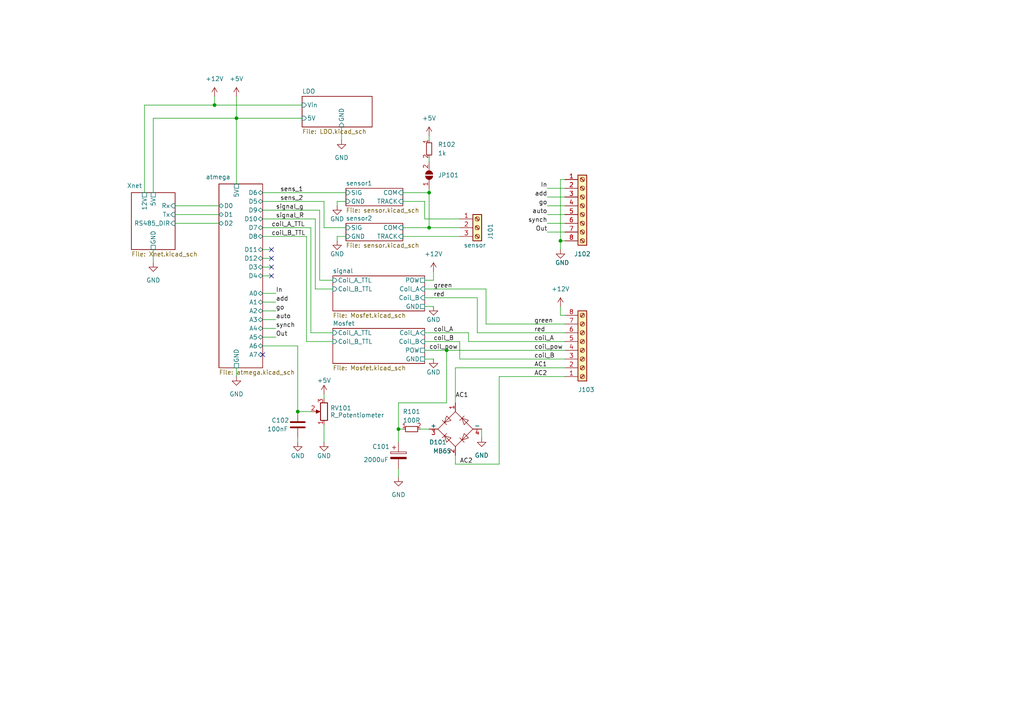
<source format=kicad_sch>
(kicad_sch (version 20230121) (generator eeschema)
  (paper "A4")
  (lib_symbols
    (symbol "Connector:Screw_Terminal_01x03" (pin_names (offset 1.016) hide)
      (property "Reference" "J" (at 0 5.08 0))
      (property "Value" "Screw_Terminal_01x03" (at 0 -5.08 0))
      (symbol "Screw_Terminal_01x03_1_1"
        (rectangle (start -1.27 3.81) (end 1.27 -3.81) (stroke (width 0.254)) (fill (type background)))
        (circle (center 0 -2.54) (radius 0.635) (stroke (width 0.1524)))
        (polyline (pts (xy -0.5334 -2.2098) (xy 0.3302 -3.048)) (stroke (width 0.1524)))
        (polyline (pts (xy -0.5334 0.3302) (xy 0.3302 -0.508)) (stroke (width 0.1524)))
        (polyline (pts (xy -0.5334 2.8702) (xy 0.3302 2.032)) (stroke (width 0.1524)))
        (polyline (pts (xy -0.3556 -2.032) (xy 0.508 -2.8702)) (stroke (width 0.1524)))
        (polyline (pts (xy -0.3556 0.508) (xy 0.508 -0.3302)) (stroke (width 0.1524)))
        (polyline (pts (xy -0.3556 3.048) (xy 0.508 2.2098)) (stroke (width 0.1524)))
        (circle (center 0 0) (radius 0.635) (stroke (width 0.1524)))
        (circle (center 0 2.54) (radius 0.635) (stroke (width 0.1524)))
        (pin passive line (at -5.08 2.54 0) (length 3.81) (name "Pin_1") (number "1"))
        (pin passive line (at -5.08 0 0) (length 3.81) (name "Pin_2") (number "2"))
        (pin passive line (at -5.08 -2.54 0) (length 3.81) (name "Pin_3") (number "3"))
      )
    )
    (symbol "Connector:Screw_Terminal_01x08" (pin_names (offset 1.016) hide)
      (property "Reference" "J" (at 0 10.16 0))
      (property "Value" "Screw_Terminal_01x08" (at 0 -12.7 0))
      (symbol "Screw_Terminal_01x08_1_1"
        (rectangle (start -1.27 8.89) (end 1.27 -11.43) (stroke (width 0.254)) (fill (type background)))
        (circle (center 0 -10.16) (radius 0.635) (stroke (width 0.1524)))
        (circle (center 0 -7.62) (radius 0.635) (stroke (width 0.1524)))
        (circle (center 0 -5.08) (radius 0.635) (stroke (width 0.1524)))
        (circle (center 0 -2.54) (radius 0.635) (stroke (width 0.1524)))
        (polyline (pts (xy -0.5334 -9.8298) (xy 0.3302 -10.668)) (stroke (width 0.1524)))
        (polyline (pts (xy -0.5334 -7.2898) (xy 0.3302 -8.128)) (stroke (width 0.1524)))
        (polyline (pts (xy -0.5334 -4.7498) (xy 0.3302 -5.588)) (stroke (width 0.1524)))
        (polyline (pts (xy -0.5334 -2.2098) (xy 0.3302 -3.048)) (stroke (width 0.1524)))
        (polyline (pts (xy -0.5334 0.3302) (xy 0.3302 -0.508)) (stroke (width 0.1524)))
        (polyline (pts (xy -0.5334 2.8702) (xy 0.3302 2.032)) (stroke (width 0.1524)))
        (polyline (pts (xy -0.5334 5.4102) (xy 0.3302 4.572)) (stroke (width 0.1524)))
        (polyline (pts (xy -0.5334 7.9502) (xy 0.3302 7.112)) (stroke (width 0.1524)))
        (polyline (pts (xy -0.3556 -9.652) (xy 0.508 -10.4902)) (stroke (width 0.1524)))
        (polyline (pts (xy -0.3556 -7.112) (xy 0.508 -7.9502)) (stroke (width 0.1524)))
        (polyline (pts (xy -0.3556 -4.572) (xy 0.508 -5.4102)) (stroke (width 0.1524)))
        (polyline (pts (xy -0.3556 -2.032) (xy 0.508 -2.8702)) (stroke (width 0.1524)))
        (polyline (pts (xy -0.3556 0.508) (xy 0.508 -0.3302)) (stroke (width 0.1524)))
        (polyline (pts (xy -0.3556 3.048) (xy 0.508 2.2098)) (stroke (width 0.1524)))
        (polyline (pts (xy -0.3556 5.588) (xy 0.508 4.7498)) (stroke (width 0.1524)))
        (polyline (pts (xy -0.3556 8.128) (xy 0.508 7.2898)) (stroke (width 0.1524)))
        (circle (center 0 0) (radius 0.635) (stroke (width 0.1524)))
        (circle (center 0 2.54) (radius 0.635) (stroke (width 0.1524)))
        (circle (center 0 5.08) (radius 0.635) (stroke (width 0.1524)))
        (circle (center 0 7.62) (radius 0.635) (stroke (width 0.1524)))
        (pin passive line (at -5.08 7.62 0) (length 3.81) (name "Pin_1") (number "1"))
        (pin passive line (at -5.08 5.08 0) (length 3.81) (name "Pin_2") (number "2"))
        (pin passive line (at -5.08 2.54 0) (length 3.81) (name "Pin_3") (number "3"))
        (pin passive line (at -5.08 0 0) (length 3.81) (name "Pin_4") (number "4"))
        (pin passive line (at -5.08 -2.54 0) (length 3.81) (name "Pin_5") (number "5"))
        (pin passive line (at -5.08 -5.08 0) (length 3.81) (name "Pin_6") (number "6"))
        (pin passive line (at -5.08 -7.62 0) (length 3.81) (name "Pin_7") (number "7"))
        (pin passive line (at -5.08 -10.16 0) (length 3.81) (name "Pin_8") (number "8"))
      )
    )
    (symbol "Device:C" (pin_numbers hide) (pin_names (offset 0.254))
      (property "Reference" "C" (at 0.635 2.54 0))
      (property "Value" "C" (at 0.635 -2.54 0))
      (symbol "C_0_1"
        (polyline (pts (xy -2.032 -0.762) (xy 2.032 -0.762)) (stroke (width 0.508)))
        (polyline (pts (xy -2.032 0.762) (xy 2.032 0.762)) (stroke (width 0.508)))
      )
      (symbol "C_1_1"
        (pin passive line (at 0 3.81 270) (length 2.794) (name "~") (number "1"))
        (pin passive line (at 0 -3.81 90) (length 2.794) (name "~") (number "2"))
      )
    )
    (symbol "Device:C_Polarized" (pin_numbers hide) (pin_names (offset 0.254))
      (property "Reference" "C" (at 0.635 2.54 0))
      (property "Value" "C_Polarized" (at 0.635 -2.54 0))
      (symbol "C_Polarized_0_1"
        (rectangle (start -2.286 0.508) (end 2.286 1.016))
        (polyline (pts (xy -1.778 2.286) (xy -0.762 2.286)))
        (polyline (pts (xy -1.27 2.794) (xy -1.27 1.778)))
        (rectangle (start 2.286 -0.508) (end -2.286 -1.016) (fill (type outline)))
      )
      (symbol "C_Polarized_1_1"
        (pin passive line (at 0 3.81 270) (length 2.794) (name "~") (number "1"))
        (pin passive line (at 0 -3.81 90) (length 2.794) (name "~") (number "2"))
      )
    )
    (symbol "Device:R_Potentiometer" (pin_names (offset 1.016) hide)
      (property "Reference" "RV" (at -4.445 0 90))
      (property "Value" "R_Potentiometer" (at -2.54 0 90))
      (symbol "R_Potentiometer_0_1"
        (polyline (pts (xy 2.54 0) (xy 1.524 0)))
        (polyline (pts (xy 1.143 0) (xy 2.286 0.508) (xy 2.286 -0.508) (xy 1.143 0)) (fill (type outline)))
        (rectangle (start 1.016 2.54) (end -1.016 -2.54) (stroke (width 0.254)))
      )
      (symbol "R_Potentiometer_1_1"
        (pin passive line (at 0 3.81 270) (length 1.27) (name "1") (number "1"))
        (pin passive line (at 3.81 0 180) (length 1.27) (name "2") (number "2"))
        (pin passive line (at 0 -3.81 90) (length 1.27) (name "3") (number "3"))
      )
    )
    (symbol "Diode_Bridge:MB6S" (pin_names (offset 0))
      (property "Reference" "D" (at 2.54 6.985 0))
      (property "Value" "MB6S" (at 2.54 5.08 0))
      (symbol "MB6S_0_1"
        (polyline (pts (xy -2.54 3.81) (xy -1.27 2.54)))
        (polyline (pts (xy -1.27 -2.54) (xy -2.54 -3.81)))
        (polyline (pts (xy 2.54 -1.27) (xy 3.81 -2.54)))
        (polyline (pts (xy 2.54 1.27) (xy 3.81 2.54)))
        (polyline (pts (xy -3.81 2.54) (xy -2.54 1.27) (xy -1.905 3.175) (xy -3.81 2.54)))
        (polyline (pts (xy -2.54 -1.27) (xy -3.81 -2.54) (xy -1.905 -3.175) (xy -2.54 -1.27)))
        (polyline (pts (xy 1.27 2.54) (xy 2.54 3.81) (xy 3.175 1.905) (xy 1.27 2.54)))
        (polyline (pts (xy 3.175 -1.905) (xy 1.27 -2.54) (xy 2.54 -3.81) (xy 3.175 -1.905)))
        (polyline (pts (xy -5.08 0) (xy 0 -5.08) (xy 5.08 0) (xy 0 5.08) (xy -5.08 0)))
      )
      (symbol "MB6S_1_1"
        (pin passive line (at 0 -7.62 90) (length 2.54) (name "~") (number "1"))
        (pin passive line (at 0 7.62 270) (length 2.54) (name "~") (number "2"))
        (pin passive line (at 7.62 0 180) (length 2.54) (name "+") (number "3"))
        (pin passive line (at -7.62 0 0) (length 2.54) (name "-") (number "4"))
      )
    )
    (symbol "Jumper:SolderJumper_2_Open" (pin_names (offset 0) hide)
      (property "Reference" "JP" (at 0 2.032 0))
      (property "Value" "SolderJumper_2_Open" (at 0 -2.54 0))
      (symbol "SolderJumper_2_Open_0_1"
        (arc (start -0.254 1.016) (mid -1.2656 0) (end -0.254 -1.016))
        (arc (start -0.254 1.016) (mid -1.2656 0) (end -0.254 -1.016) (fill (type outline)))
        (polyline (pts (xy -0.254 1.016) (xy -0.254 -1.016)))
        (polyline (pts (xy 0.254 1.016) (xy 0.254 -1.016)))
        (arc (start 0.254 -1.016) (mid 1.2656 0) (end 0.254 1.016))
        (arc (start 0.254 -1.016) (mid 1.2656 0) (end 0.254 1.016) (fill (type outline)))
      )
      (symbol "SolderJumper_2_Open_1_1"
        (pin passive line (at -3.81 0 0) (length 2.54) (name "A") (number "1"))
        (pin passive line (at 3.81 0 180) (length 2.54) (name "B") (number "2"))
      )
    )
    (symbol "power:+12V" (power) (pin_names (offset 0))
      (property "Value" "+12V" (at 0 3.556 0))
      (symbol "+12V_0_1"
        (polyline (pts (xy -0.762 1.27) (xy 0 2.54)))
        (polyline (pts (xy 0 0) (xy 0 2.54)))
        (polyline (pts (xy 0 2.54) (xy 0.762 1.27)))
      )
      (symbol "+12V_1_1"
        (pin power_in line (at 0 0 90) (length 0) hide (name "+12V") (number "1"))
      )
    )
    (symbol "power:+5V" (power) (pin_names (offset 0))
      (property "Value" "+5V" (at 0 3.556 0))
      (symbol "+5V_0_1"
        (polyline (pts (xy -0.762 1.27) (xy 0 2.54)))
        (polyline (pts (xy 0 0) (xy 0 2.54)))
        (polyline (pts (xy 0 2.54) (xy 0.762 1.27)))
      )
      (symbol "+5V_1_1"
        (pin power_in line (at 0 0 90) (length 0) hide (name "+5V") (number "1"))
      )
    )
    (symbol "power:GND" (power) (pin_names (offset 0))
      (property "Value" "GND" (at 0 -3.81 0))
      (symbol "GND_0_1"
        (polyline (pts (xy 0 0) (xy 0 -1.27) (xy 1.27 -1.27) (xy 0 -2.54) (xy -1.27 -1.27) (xy 0 -1.27)))
      )
      (symbol "GND_1_1"
        (pin power_in line (at 0 0 270) (length 0) hide (name "GND") (number "1"))
      )
    )
    (symbol "resistors_0603:R_100R_0603"
      (property "Reference" "R" (at 1.27 2.54 0))
      (property "Value" "100R" (at 2.54 -2.54 0))
      (symbol "R_100R_0603_0_1"
        (rectangle (start -0.762 1.778) (end 0.762 -1.778) (stroke (width 0.2032)))
      )
      (symbol "R_100R_0603_1_1"
        (pin passive line (at 0 2.54 270) (length 0.762) (name "~") (number "1"))
        (pin passive line (at 0 -2.54 90) (length 0.762) (name "~") (number "2"))
      )
    )
    (symbol "resistors_0603:R_1k_0603"
      (property "Reference" "R" (at 1.27 2.54 0))
      (property "Value" "1k" (at 2.54 -2.54 0))
      (symbol "R_1k_0603_0_1"
        (rectangle (start -0.762 1.778) (end 0.762 -1.778) (stroke (width 0.2032)))
      )
      (symbol "R_1k_0603_1_1"
        (pin passive line (at 0 2.54 270) (length 0.762) (name "~") (number "1"))
        (pin passive line (at 0 -2.54 90) (length 0.762) (name "~") (number "2"))
      )
    )
  )
  (junction (at 86.36 119.38))
  (junction (at 124.46 55.88))
  (junction (at 124.46 66.04))
  (junction (at 162.56 69.85))
  (junction (at 68.58 34.29))
  (junction (at 62.23 30.48))
  (junction (at 115.57 124.46))
  (junction (at 129.54 101.6))
  (no_connect (at 78.74 72.39))
  (no_connect (at 78.74 74.93))
  (no_connect (at 78.74 77.47))
  (no_connect (at 76.2 102.87))
  (no_connect (at 78.74 80.01))
  (wire (pts (xy 115.57 135.89) (xy 115.57 138.43)))
  (wire (pts (xy 100.33 66.04) (xy 93.98 66.04)))
  (wire (pts (xy 50.8 59.69) (xy 63.5 59.69)))
  (wire (pts (xy 88.9 68.58) (xy 88.9 99.06)))
  (wire (pts (xy 80.01 92.71) (xy 76.2 92.71)))
  (wire (pts (xy 158.75 59.69) (xy 163.83 59.69)))
  (wire (pts (xy 125.73 81.28) (xy 123.19 81.28)))
  (wire (pts (xy 68.58 34.29) (xy 68.58 53.34)))
  (wire (pts (xy 86.36 100.33) (xy 76.2 100.33)))
  (wire (pts (xy 116.84 55.88) (xy 124.46 55.88)))
  (wire (pts (xy 124.46 66.04) (xy 116.84 66.04)))
  (wire (pts (xy 41.91 30.48) (xy 62.23 30.48)))
  (wire (pts (xy 91.44 83.82) (xy 96.52 83.82)))
  (wire (pts (xy 139.7 127) (xy 139.7 124.46)))
  (wire (pts (xy 93.98 114.3) (xy 93.98 115.57)))
  (wire (pts (xy 133.35 104.14) (xy 163.83 104.14)))
  (wire (pts (xy 100.33 58.42) (xy 97.79 58.42)))
  (wire (pts (xy 115.57 116.84) (xy 115.57 124.46)))
  (wire (pts (xy 68.58 34.29) (xy 87.63 34.29)))
  (wire (pts (xy 62.23 27.94) (xy 62.23 30.48)))
  (wire (pts (xy 158.75 62.23) (xy 163.83 62.23)))
  (wire (pts (xy 124.46 66.04) (xy 133.35 66.04)))
  (wire (pts (xy 123.19 104.14) (xy 125.73 104.14)))
  (wire (pts (xy 68.58 106.68) (xy 68.58 109.22)))
  (wire (pts (xy 68.58 27.94) (xy 68.58 34.29)))
  (wire (pts (xy 80.01 85.09) (xy 76.2 85.09)))
  (wire (pts (xy 163.83 93.98) (xy 140.97 93.98)))
  (wire (pts (xy 97.79 58.42) (xy 97.79 59.69)))
  (wire (pts (xy 132.08 106.68) (xy 132.08 116.84)))
  (wire (pts (xy 129.54 116.84) (xy 115.57 116.84)))
  (wire (pts (xy 158.75 67.31) (xy 163.83 67.31)))
  (wire (pts (xy 123.19 58.42) (xy 123.19 63.5)))
  (wire (pts (xy 162.56 69.85) (xy 162.56 72.39)))
  (wire (pts (xy 133.35 99.06) (xy 133.35 104.14)))
  (wire (pts (xy 163.83 99.06) (xy 135.89 99.06)))
  (wire (pts (xy 125.73 78.74) (xy 125.73 81.28)))
  (wire (pts (xy 97.79 68.58) (xy 97.79 69.85)))
  (wire (pts (xy 116.84 58.42) (xy 123.19 58.42)))
  (wire (pts (xy 158.75 64.77) (xy 163.83 64.77)))
  (wire (pts (xy 86.36 119.38) (xy 86.36 100.33)))
  (wire (pts (xy 140.97 93.98) (xy 140.97 83.82)))
  (wire (pts (xy 76.2 77.47) (xy 78.74 77.47)))
  (wire (pts (xy 138.43 96.52) (xy 138.43 86.36)))
  (wire (pts (xy 76.2 66.04) (xy 90.17 66.04)))
  (wire (pts (xy 41.91 55.88) (xy 41.91 30.48)))
  (wire (pts (xy 135.89 99.06) (xy 135.89 96.52)))
  (wire (pts (xy 76.2 60.96) (xy 92.71 60.96)))
  (wire (pts (xy 93.98 58.42) (xy 76.2 58.42)))
  (wire (pts (xy 92.71 81.28) (xy 92.71 60.96)))
  (wire (pts (xy 97.79 68.58) (xy 100.33 68.58)))
  (wire (pts (xy 50.8 62.23) (xy 63.5 62.23)))
  (wire (pts (xy 158.75 57.15) (xy 163.83 57.15)))
  (wire (pts (xy 80.01 95.25) (xy 76.2 95.25)))
  (wire (pts (xy 132.08 134.62) (xy 132.08 132.08)))
  (wire (pts (xy 96.52 81.28) (xy 92.71 81.28)))
  (wire (pts (xy 76.2 55.88) (xy 100.33 55.88)))
  (wire (pts (xy 124.46 55.88) (xy 124.46 66.04)))
  (wire (pts (xy 123.19 86.36) (xy 138.43 86.36)))
  (wire (pts (xy 80.01 97.79) (xy 76.2 97.79)))
  (wire (pts (xy 86.36 127) (xy 86.36 128.27)))
  (wire (pts (xy 80.01 87.63) (xy 76.2 87.63)))
  (wire (pts (xy 123.19 63.5) (xy 133.35 63.5)))
  (wire (pts (xy 163.83 96.52) (xy 138.43 96.52)))
  (wire (pts (xy 76.2 74.93) (xy 78.74 74.93)))
  (wire (pts (xy 116.84 68.58) (xy 133.35 68.58)))
  (wire (pts (xy 90.17 66.04) (xy 90.17 96.52)))
  (wire (pts (xy 123.19 83.82) (xy 140.97 83.82)))
  (wire (pts (xy 115.57 124.46) (xy 116.84 124.46)))
  (wire (pts (xy 68.58 34.29) (xy 44.45 34.29)))
  (wire (pts (xy 88.9 99.06) (xy 96.52 99.06)))
  (wire (pts (xy 76.2 68.58) (xy 88.9 68.58)))
  (wire (pts (xy 123.19 99.06) (xy 133.35 99.06)))
  (wire (pts (xy 163.83 109.22) (xy 144.78 109.22)))
  (wire (pts (xy 44.45 72.39) (xy 44.45 76.2)))
  (wire (pts (xy 129.54 101.6) (xy 129.54 116.84)))
  (wire (pts (xy 162.56 69.85) (xy 163.83 69.85)))
  (wire (pts (xy 162.56 52.07) (xy 163.83 52.07)))
  (wire (pts (xy 76.2 72.39) (xy 78.74 72.39)))
  (wire (pts (xy 129.54 101.6) (xy 163.83 101.6)))
  (wire (pts (xy 162.56 69.85) (xy 162.56 52.07)))
  (wire (pts (xy 76.2 63.5) (xy 91.44 63.5)))
  (wire (pts (xy 86.36 119.38) (xy 90.17 119.38)))
  (wire (pts (xy 124.46 54.61) (xy 124.46 55.88)))
  (wire (pts (xy 163.83 91.44) (xy 162.56 91.44)))
  (wire (pts (xy 163.83 106.68) (xy 132.08 106.68)))
  (wire (pts (xy 80.01 90.17) (xy 76.2 90.17)))
  (wire (pts (xy 76.2 80.01) (xy 78.74 80.01)))
  (wire (pts (xy 62.23 30.48) (xy 87.63 30.48)))
  (wire (pts (xy 132.08 134.62) (xy 144.78 134.62)))
  (wire (pts (xy 144.78 109.22) (xy 144.78 134.62)))
  (wire (pts (xy 124.46 39.37) (xy 124.46 40.64)))
  (wire (pts (xy 124.46 45.72) (xy 124.46 46.99)))
  (wire (pts (xy 93.98 123.19) (xy 93.98 128.27)))
  (wire (pts (xy 121.92 124.46) (xy 124.46 124.46)))
  (wire (pts (xy 135.89 96.52) (xy 123.19 96.52)))
  (wire (pts (xy 93.98 66.04) (xy 93.98 58.42)))
  (wire (pts (xy 90.17 96.52) (xy 96.52 96.52)))
  (wire (pts (xy 91.44 63.5) (xy 91.44 83.82)))
  (wire (pts (xy 162.56 88.9) (xy 162.56 91.44)))
  (wire (pts (xy 50.8 64.77) (xy 63.5 64.77)))
  (wire (pts (xy 115.57 124.46) (xy 115.57 128.27)))
  (wire (pts (xy 99.06 36.83) (xy 99.06 40.64)))
  (wire (pts (xy 123.19 101.6) (xy 129.54 101.6)))
  (wire (pts (xy 158.75 54.61) (xy 163.83 54.61)))
  (wire (pts (xy 44.45 34.29) (xy 44.45 55.88)))
  (wire (pts (xy 123.19 88.9) (xy 125.73 88.9)))
  (label "coil_B" (at 154.94 104.14 0))
  (label "sens_1" (at 81.28 55.88 0))
  (label "AC1" (at 132.08 115.57 0))
  (label "synch" (at 80.01 95.25 0))
  (label "AC1" (at 154.94 106.68 0))
  (label "signal_g" (at 80.01 60.96 0))
  (label "coil_A" (at 125.73 96.52 0))
  (label "auto" (at 158.75 62.23 180))
  (label "signal_R" (at 80.01 63.5 0))
  (label "add" (at 80.01 87.63 0))
  (label "red" (at 125.73 86.36 0))
  (label "green" (at 125.73 83.82 0))
  (label "sens_2" (at 81.28 58.42 0))
  (label "AC2" (at 133.35 134.62 0))
  (label "Out" (at 158.75 67.31 180))
  (label "add" (at 158.75 57.15 180))
  (label "red" (at 154.94 96.52 0))
  (label "coil_pow" (at 154.94 101.6 0))
  (label "synch" (at 158.75 64.77 180))
  (label "green" (at 154.94 93.98 0))
  (label "AC2" (at 154.94 109.22 0))
  (label "coil_B_TTL" (at 78.74 68.58 0))
  (label "In" (at 80.01 85.09 0))
  (label "coil_A_TTL" (at 78.74 66.04 0))
  (label "auto" (at 80.01 92.71 0))
  (label "coil_pow" (at 124.46 101.6 0))
  (label "In" (at 158.75 54.61 180))
  (label "coil_A" (at 154.94 99.06 0))
  (label "go" (at 158.75 59.69 180))
  (label "go" (at 80.01 90.17 0))
  (label "Out" (at 80.01 97.79 0))
  (label "coil_B" (at 125.73 99.06 0))
  (symbol (lib_id "Device:C") (at 86.36 123.19 180) (unit 1)
    (property "Reference" "C102" (at 78.74 121.92 0) (effects (justify right)))
    (property "Value" "100nF" (at 77.47 124.46 0) (effects (justify right)))
    (property "Footprint" "Capacitor_SMD:C_0603_1608Metric_Pad1.08x0.95mm_HandSolder" (effects hide))
    (property "JLCPCB Part#" "C14663" (effects hide))
  )
  (symbol (lib_id "power:GND") (at 86.36 128.27 0) (unit 1)
    (property "Reference" "#PWR0118" (effects hide))
    (property "Value" "GND" (at 86.36 132.215 0))
  )
  (symbol (lib_id "Diode_Bridge:MB6S") (at 132.08 124.46 180) (unit 1)
    (property "Reference" "D101" (at 127 128.27 0))
    (property "Value" "MB6S" (at 128.27 130.81 0))
    (property "Footprint" "Package_TO_SOT_SMD:TO-269AA" (effects hide))
    (property "Datasheet" "http://www.vishay.com/docs/88573/dfs.pdf" (effects hide))
    (property "JLCPCB Part#" "C2488" (effects hide))
  )
  (symbol (lib_id "power:GND") (at 97.79 69.85 0) (unit 1)
    (property "Reference" "#PWR0106" (effects hide))
    (property "Value" "GND" (at 97.79 73.66 0))
  )
  (symbol (lib_id "power:+12V") (at 125.73 78.74 0) (unit 1)
    (property "Reference" "#PWR0110" (effects hide))
    (property "Value" "+12V" (at 125.73 73.66 0))
  )
  (symbol (lib_id "Jumper:SolderJumper_2_Open") (at 124.46 50.8 90) (unit 1)
    (property "Reference" "JP101" (at 127 50.8 90) (effects (justify right)))
    (property "Value" "SolderJumper_2_Open" (effects hide))
    (property "Footprint" "Jumper:SolderJumper-2_P1.3mm_Open_RoundedPad1.0x1.5mm" (effects hide))
  )
  (symbol (lib_id "power:GND") (at 93.98 128.27 0) (unit 1)
    (property "Reference" "#PWR0116" (effects hide))
    (property "Value" "GND" (at 93.98 132.215 0))
  )
  (symbol (lib_id "Connector:Screw_Terminal_01x08") (at 168.91 101.6 0) (mirror x) (unit 1)
    (property "Reference" "J103" (at 167.64 113.03 0) (effects (justify left)))
    (property "Value" "Screw_Terminal_01x08" (effects hide))
    (property "Footprint" "TerminalBlock_Phoenix:TerminalBlock_Phoenix_MKDS-1,5-8-5.08_1x08_P5.08mm_Horizontal" (effects hide))
  )
  (symbol (lib_id "power:GND") (at 162.56 72.39 0) (mirror y) (unit 1)
    (property "Reference" "#PWR0114" (effects hide))
    (property "Value" "GND" (at 165.1 76.2 0) (effects (justify left)))
  )
  (symbol (lib_id "Connector:Screw_Terminal_01x08") (at 168.91 59.69 0) (unit 1)
    (property "Reference" "J102" (at 168.91 73.66 0))
    (property "Value" "Screw_Terminal_01x08" (effects hide))
    (property "Footprint" "TerminalBlock_Phoenix:TerminalBlock_Phoenix_MKDS-1,5-8-5.08_1x08_P5.08mm_Horizontal" (effects hide))
  )
  (symbol (lib_id "Connector:Screw_Terminal_01x03") (at 138.43 66.04 0) (unit 1)
    (property "Reference" "J101" (at 142.24 64.77 90) (effects (justify right)))
    (property "Value" "sensor" (at 140.97 71.12 0) (effects (justify right)))
    (property "Footprint" "TerminalBlock_Phoenix:TerminalBlock_Phoenix_MKDS-1,5-3-5.08_1x03_P5.08mm_Horizontal" (effects hide))
  )
  (symbol (lib_id "power:+5V") (at 68.58 27.94 0) (unit 1)
    (property "Reference" "#PWR0103" (effects hide))
    (property "Value" "+5V" (at 68.58 22.86 0))
  )
  (symbol (lib_id "power:+12V") (at 62.23 27.94 0) (unit 1)
    (property "Reference" "#PWR0102" (effects hide))
    (property "Value" "+12V" (at 62.23 22.86 0))
  )
  (symbol (lib_id "power:GND") (at 99.06 40.64 0) (unit 1)
    (property "Reference" "#PWR0107" (effects hide))
    (property "Value" "GND" (at 99.06 45.72 0))
  )
  (symbol (lib_id "resistors_0603:R_100R_0603") (at 119.38 124.46 90) (unit 1)
    (property "Reference" "R101" (at 119.38 119.38 90))
    (property "Value" "100R" (at 119.38 121.92 90))
    (property "Footprint" "custom_kicad_lib_sk:R_0603_smalltext" (effects hide))
    (property "JLCPCB Part#" "C22775" (effects hide))
  )
  (symbol (lib_id "power:GND") (at 44.45 76.2 0) (unit 1)
    (property "Reference" "#PWR0101" (effects hide))
    (property "Value" "GND" (at 44.45 81.28 0))
  )
  (symbol (lib_id "power:GND") (at 68.58 109.22 0) (unit 1)
    (property "Reference" "#PWR0104" (effects hide))
    (property "Value" "GND" (at 68.58 114.3 0))
  )
  (symbol (lib_id "resistors_0603:R_1k_0603") (at 124.46 43.18 0) (unit 1)
    (property "Reference" "R102" (at 127 41.91 0) (effects (justify left)))
    (property "Value" "1k" (at 127 44.45 0) (effects (justify left)))
    (property "Footprint" "custom_kicad_lib_sk:R_0603_smalltext" (effects hide))
    (property "JLCPCB Part#" "C21190" (effects hide))
  )
  (symbol (lib_id "power:GND") (at 125.73 88.9 0) (unit 1)
    (property "Reference" "#PWR0111" (effects hide))
    (property "Value" "GND" (at 125.73 92.71 0))
  )
  (symbol (lib_id "power:GND") (at 139.7 127 0) (unit 1)
    (property "Reference" "#PWR0113" (effects hide))
    (property "Value" "GND" (at 139.7 132.08 0))
  )
  (symbol (lib_id "power:GND") (at 115.57 138.43 0) (unit 1)
    (property "Reference" "#PWR0108" (effects hide))
    (property "Value" "GND" (at 115.57 143.51 0))
  )
  (symbol (lib_id "power:+5V") (at 124.46 39.37 0) (unit 1)
    (property "Reference" "#PWR0109" (effects hide))
    (property "Value" "+5V" (at 124.46 34.29 0))
  )
  (symbol (lib_id "power:+12V") (at 162.56 88.9 0) (unit 1)
    (property "Reference" "#PWR0115" (effects hide))
    (property "Value" "+12V" (at 162.56 83.82 0))
  )
  (symbol (lib_id "power:GND") (at 125.73 104.14 0) (unit 1)
    (property "Reference" "#PWR0112" (effects hide))
    (property "Value" "GND" (at 125.73 107.95 0))
  )
  (symbol (lib_id "Device:R_Potentiometer") (at 93.98 119.38 180) (unit 1)
    (property "Reference" "RV101" (at 95.758 118.356 0) (effects (justify right)))
    (property "Value" "R_Potentiometer" (at 95.758 120.404 0) (effects (justify right)))
    (property "Footprint" "Potentiometer_THT:Potentiometer_Runtron_RM-065_Vertical" (effects hide))
  )
  (symbol (lib_id "Device:C_Polarized") (at 115.57 132.08 0) (unit 1)
    (property "Reference" "C101" (at 107.95 129.54 0) (effects (justify left)))
    (property "Value" "2000uF" (at 105.41 133.35 0) (effects (justify left)))
    (property "Footprint" "Capacitor_THT:CP_Radial_D8.0mm_P2.50mm" (effects hide))
  )
  (symbol (lib_id "power:+5V") (at 93.98 114.3 0) (unit 1)
    (property "Reference" "#PWR0117" (effects hide))
    (property "Value" "+5V" (at 93.98 110.355 0))
  )
  (symbol (lib_id "power:GND") (at 97.79 59.69 0) (unit 1)
    (property "Reference" "#PWR0105" (effects hide))
    (property "Value" "GND" (at 97.79 63.5 0))
  )
  (sheet (at 63.5 53.34) (size 12.7 53.34) (stroke (width 0.1524))
    (property "Sheetname" "atmega" (at 59.69 52.07 0) (effects (justify left bottom)))
    (property "Sheetfile" "atmega.kicad_sch" (at 63.5 107.2646 0) (effects (justify left top)))
    (pin "5V" passive (at 68.58 53.34 90))
    (pin "A7" bidirectional (at 76.2 102.87 0))
    (pin "A6" bidirectional (at 76.2 100.33 0))
    (pin "GND" passive (at 68.58 106.68 270))
    (pin "A5" bidirectional (at 76.2 97.79 0))
    (pin "D1" bidirectional (at 63.5 62.23 180))
    (pin "D0" bidirectional (at 63.5 59.69 180))
    (pin "D2" bidirectional (at 63.5 64.77 180))
    (pin "D7" bidirectional (at 76.2 66.04 0))
    (pin "D6" bidirectional (at 76.2 55.88 0))
    (pin "D3" bidirectional (at 76.2 77.47 0))
    (pin "D4" bidirectional (at 76.2 80.01 0))
    (pin "D5" bidirectional (at 76.2 58.42 0))
    (pin "A4" bidirectional (at 76.2 95.25 0))
    (pin "A0" bidirectional (at 76.2 85.09 0))
    (pin "A3" bidirectional (at 76.2 92.71 0))
    (pin "A1" bidirectional (at 76.2 87.63 0))
    (pin "A2" bidirectional (at 76.2 90.17 0))
    (pin "D12" bidirectional (at 76.2 74.93 0))
    (pin "D11" bidirectional (at 76.2 72.39 0))
    (pin "D9" bidirectional (at 76.2 60.96 0))
    (pin "D8" bidirectional (at 76.2 68.58 0))
    (pin "D10" bidirectional (at 76.2 63.5 0))
  )
  (sheet (at 87.63 27.94) (size 20.32 8.89) (stroke (width 0.1524))
    (property "Sheetname" "LDO" (at 87.63 27.2284 0) (effects (justify left bottom)))
    (property "Sheetfile" "LDO.kicad_sch" (at 87.63 37.4146 0) (effects (justify left top)))
    (pin "GND" input (at 99.06 36.83 270))
    (pin "Vin" input (at 87.63 30.48 180))
    (pin "5V" input (at 87.63 34.29 180))
  )
  (sheet (at 38.1 55.88) (size 12.7 16.51) (stroke (width 0.1524))
    (property "Sheetname" "Xnet" (at 36.83 54.61 0) (effects (justify left bottom)))
    (property "Sheetfile" "Xnet.kicad_sch" (at 38.1 72.9746 0) (effects (justify left top)))
    (pin "GND" passive (at 44.45 72.39 270))
    (pin "5V" passive (at 44.45 55.88 90))
    (pin "12V" passive (at 41.91 55.88 90))
    (pin "Tx" input (at 50.8 62.23 0))
    (pin "Rx" input (at 50.8 59.69 0))
    (pin "RS485_DIR" input (at 50.8 64.77 0))
  )
  (sheet (at 96.52 95.25) (size 26.67 10.16) (stroke (width 0.1524))
    (property "Sheetname" "Mosfet" (at 96.52 94.5384 0) (effects (justify left bottom)))
    (property "Sheetfile" "Mosfet.kicad_sch" (at 96.52 105.9946 0) (effects (justify left top)))
    (pin "Coil_B_TTL" input (at 96.52 99.06 180))
    (pin "Coil_A_TTL" input (at 96.52 96.52 180))
    (pin "GND" passive (at 123.19 104.14 0))
    (pin "Coil_B" input (at 123.19 99.06 0))
    (pin "Coil_A" input (at 123.19 96.52 0))
    (pin "POW" passive (at 123.19 101.6 0))
  )
  (sheet (at 96.52 80.01) (size 26.67 10.16) (stroke (width 0.1524))
    (property "Sheetname" "signal" (at 96.52 79.2984 0) (effects (justify left bottom)))
    (property "Sheetfile" "Mosfet.kicad_sch" (at 96.52 90.7546 0) (effects (justify left top)))
    (pin "Coil_B_TTL" input (at 96.52 83.82 180))
    (pin "Coil_A_TTL" input (at 96.52 81.28 180))
    (pin "GND" passive (at 123.19 88.9 0))
    (pin "Coil_B" input (at 123.19 86.36 0))
    (pin "Coil_A" input (at 123.19 83.82 0))
    (pin "POW" passive (at 123.19 81.28 0))
  )
  (sheet (at 100.33 54.61) (size 16.51 5.08) (stroke (width 0.1524))
    (property "Sheetname" "sensor1" (at 100.33 53.8984 0) (effects (justify left bottom)))
    (property "Sheetfile" "sensor.kicad_sch" (at 100.33 60.2746 0) (effects (justify left top)))
    (pin "GND" input (at 100.33 58.42 180))
    (pin "SIG" input (at 100.33 55.88 180))
    (pin "COM" input (at 116.84 55.88 0))
    (pin "TRACK" input (at 116.84 58.42 0))
  )
  (sheet (at 100.33 64.77) (size 16.51 5.08) (stroke (width 0.1524))
    (property "Sheetname" "sensor2" (at 100.33 64.0584 0) (effects (justify left bottom)))
    (property "Sheetfile" "sensor.kicad_sch" (at 100.33 70.4346 0) (effects (justify left top)))
    (pin "GND" input (at 100.33 68.58 180))
    (pin "SIG" input (at 100.33 66.04 180))
    (pin "COM" input (at 116.84 66.04 0))
    (pin "TRACK" input (at 116.84 68.58 0))
  )
)
</source>
